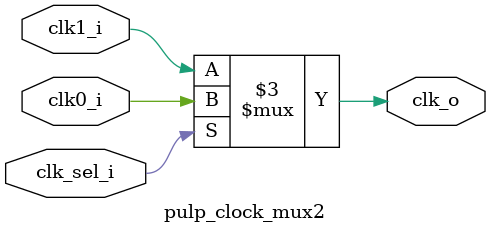
<source format=v>
`timescale 1ns / 1ps


module pulp_clock_mux2(
    input clk0_i,
    input clk1_i,
    input clk_sel_i,
    output reg clk_o
    );
    always@(clk_sel_i)
    begin
    if(clk_sel_i)
        clk_o<=clk0_i;
    else
        clk_o<=clk1_i;
    end    
endmodule

</source>
